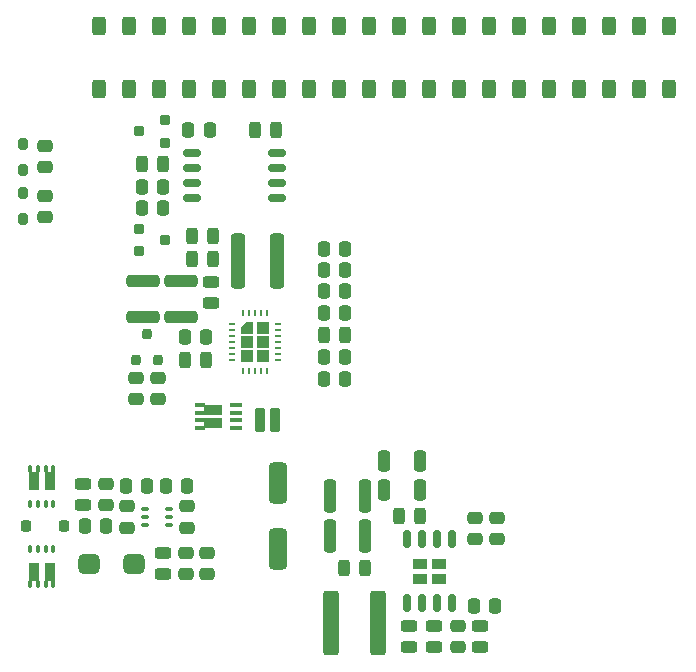
<source format=gtp>
G04*
G04 #@! TF.GenerationSoftware,Altium Limited,Altium Designer,19.1.8 (144)*
G04*
G04 Layer_Color=7318015*
%FSLAX25Y25*%
%MOIN*%
G70*
G01*
G75*
%ADD10C,0.01575*%
%ADD11R,0.03150X0.01181*%
%ADD12R,0.02362X0.03937*%
%ADD13R,0.04331X0.01968*%
%ADD14R,0.04331X0.03937*%
%ADD15R,0.04331X0.03937*%
%ADD16R,0.05118X0.03740*%
%ADD17R,0.06299X0.03543*%
%ADD18R,0.03819X0.06299*%
G04:AMPARAMS|DCode=19|XSize=31.5mil|YSize=35.43mil|CornerRadius=7.87mil|HoleSize=0mil|Usage=FLASHONLY|Rotation=180.000|XOffset=0mil|YOffset=0mil|HoleType=Round|Shape=RoundedRectangle|*
%AMROUNDEDRECTD19*
21,1,0.03150,0.01968,0,0,180.0*
21,1,0.01575,0.03543,0,0,180.0*
1,1,0.01575,-0.00787,0.00984*
1,1,0.01575,0.00787,0.00984*
1,1,0.01575,0.00787,-0.00984*
1,1,0.01575,-0.00787,-0.00984*
%
%ADD19ROUNDEDRECTD19*%
G04:AMPARAMS|DCode=20|XSize=51.18mil|YSize=39.37mil|CornerRadius=9.84mil|HoleSize=0mil|Usage=FLASHONLY|Rotation=0.000|XOffset=0mil|YOffset=0mil|HoleType=Round|Shape=RoundedRectangle|*
%AMROUNDEDRECTD20*
21,1,0.05118,0.01968,0,0,0.0*
21,1,0.03150,0.03937,0,0,0.0*
1,1,0.01968,0.01575,-0.00984*
1,1,0.01968,-0.01575,-0.00984*
1,1,0.01968,-0.01575,0.00984*
1,1,0.01968,0.01575,0.00984*
%
%ADD20ROUNDEDRECTD20*%
G04:AMPARAMS|DCode=21|XSize=31.5mil|YSize=39.37mil|CornerRadius=7.87mil|HoleSize=0mil|Usage=FLASHONLY|Rotation=180.000|XOffset=0mil|YOffset=0mil|HoleType=Round|Shape=RoundedRectangle|*
%AMROUNDEDRECTD21*
21,1,0.03150,0.02362,0,0,180.0*
21,1,0.01575,0.03937,0,0,180.0*
1,1,0.01575,-0.00787,0.01181*
1,1,0.01575,0.00787,0.01181*
1,1,0.01575,0.00787,-0.01181*
1,1,0.01575,-0.00787,-0.01181*
%
%ADD21ROUNDEDRECTD21*%
G04:AMPARAMS|DCode=22|XSize=55.12mil|YSize=39.37mil|CornerRadius=9.84mil|HoleSize=0mil|Usage=FLASHONLY|Rotation=90.000|XOffset=0mil|YOffset=0mil|HoleType=Round|Shape=RoundedRectangle|*
%AMROUNDEDRECTD22*
21,1,0.05512,0.01968,0,0,90.0*
21,1,0.03543,0.03937,0,0,90.0*
1,1,0.01968,0.00984,0.01772*
1,1,0.01968,0.00984,-0.01772*
1,1,0.01968,-0.00984,-0.01772*
1,1,0.01968,-0.00984,0.01772*
%
%ADD22ROUNDEDRECTD22*%
G04:AMPARAMS|DCode=23|XSize=51.18mil|YSize=39.37mil|CornerRadius=9.84mil|HoleSize=0mil|Usage=FLASHONLY|Rotation=270.000|XOffset=0mil|YOffset=0mil|HoleType=Round|Shape=RoundedRectangle|*
%AMROUNDEDRECTD23*
21,1,0.05118,0.01968,0,0,270.0*
21,1,0.03150,0.03937,0,0,270.0*
1,1,0.01968,-0.00984,-0.01575*
1,1,0.01968,-0.00984,0.01575*
1,1,0.01968,0.00984,0.01575*
1,1,0.01968,0.00984,-0.01575*
%
%ADD23ROUNDEDRECTD23*%
G04:AMPARAMS|DCode=24|XSize=23.62mil|YSize=59.06mil|CornerRadius=5.91mil|HoleSize=0mil|Usage=FLASHONLY|Rotation=90.000|XOffset=0mil|YOffset=0mil|HoleType=Round|Shape=RoundedRectangle|*
%AMROUNDEDRECTD24*
21,1,0.02362,0.04724,0,0,90.0*
21,1,0.01181,0.05906,0,0,90.0*
1,1,0.01181,0.02362,0.00591*
1,1,0.01181,0.02362,-0.00591*
1,1,0.01181,-0.02362,-0.00591*
1,1,0.01181,-0.02362,0.00591*
%
%ADD24ROUNDEDRECTD24*%
G04:AMPARAMS|DCode=25|XSize=31.5mil|YSize=35.43mil|CornerRadius=7.87mil|HoleSize=0mil|Usage=FLASHONLY|Rotation=90.000|XOffset=0mil|YOffset=0mil|HoleType=Round|Shape=RoundedRectangle|*
%AMROUNDEDRECTD25*
21,1,0.03150,0.01968,0,0,90.0*
21,1,0.01575,0.03543,0,0,90.0*
1,1,0.01575,0.00984,0.00787*
1,1,0.01575,0.00984,-0.00787*
1,1,0.01575,-0.00984,-0.00787*
1,1,0.01575,-0.00984,0.00787*
%
%ADD25ROUNDEDRECTD25*%
%ADD26O,0.00669X0.02638*%
%ADD27O,0.02638X0.00669*%
G04:AMPARAMS|DCode=28|XSize=23.62mil|YSize=59.06mil|CornerRadius=5.91mil|HoleSize=0mil|Usage=FLASHONLY|Rotation=180.000|XOffset=0mil|YOffset=0mil|HoleType=Round|Shape=RoundedRectangle|*
%AMROUNDEDRECTD28*
21,1,0.02362,0.04724,0,0,180.0*
21,1,0.01181,0.05906,0,0,180.0*
1,1,0.01181,-0.00591,0.02362*
1,1,0.01181,0.00591,0.02362*
1,1,0.01181,0.00591,-0.02362*
1,1,0.01181,-0.00591,-0.02362*
%
%ADD28ROUNDEDRECTD28*%
G04:AMPARAMS|DCode=29|XSize=15.75mil|YSize=39.37mil|CornerRadius=3.94mil|HoleSize=0mil|Usage=FLASHONLY|Rotation=270.000|XOffset=0mil|YOffset=0mil|HoleType=Round|Shape=RoundedRectangle|*
%AMROUNDEDRECTD29*
21,1,0.01575,0.03150,0,0,270.0*
21,1,0.00787,0.03937,0,0,270.0*
1,1,0.00787,-0.01575,-0.00394*
1,1,0.00787,-0.01575,0.00394*
1,1,0.00787,0.01575,0.00394*
1,1,0.00787,0.01575,-0.00394*
%
%ADD29ROUNDEDRECTD29*%
G04:AMPARAMS|DCode=30|XSize=15.75mil|YSize=35.43mil|CornerRadius=3.94mil|HoleSize=0mil|Usage=FLASHONLY|Rotation=90.000|XOffset=0mil|YOffset=0mil|HoleType=Round|Shape=RoundedRectangle|*
%AMROUNDEDRECTD30*
21,1,0.01575,0.02756,0,0,90.0*
21,1,0.00787,0.03543,0,0,90.0*
1,1,0.00787,0.01378,0.00394*
1,1,0.00787,0.01378,-0.00394*
1,1,0.00787,-0.01378,-0.00394*
1,1,0.00787,-0.01378,0.00394*
%
%ADD30ROUNDEDRECTD30*%
G04:AMPARAMS|DCode=31|XSize=62.99mil|YSize=137.8mil|CornerRadius=15.75mil|HoleSize=0mil|Usage=FLASHONLY|Rotation=0.000|XOffset=0mil|YOffset=0mil|HoleType=Round|Shape=RoundedRectangle|*
%AMROUNDEDRECTD31*
21,1,0.06299,0.10630,0,0,0.0*
21,1,0.03150,0.13780,0,0,0.0*
1,1,0.03150,0.01575,-0.05315*
1,1,0.03150,-0.01575,-0.05315*
1,1,0.03150,-0.01575,0.05315*
1,1,0.03150,0.01575,0.05315*
%
%ADD31ROUNDEDRECTD31*%
G04:AMPARAMS|DCode=32|XSize=66.93mil|YSize=70.87mil|CornerRadius=16.73mil|HoleSize=0mil|Usage=FLASHONLY|Rotation=270.000|XOffset=0mil|YOffset=0mil|HoleType=Round|Shape=RoundedRectangle|*
%AMROUNDEDRECTD32*
21,1,0.06693,0.03740,0,0,270.0*
21,1,0.03347,0.07087,0,0,270.0*
1,1,0.03346,-0.01870,-0.01673*
1,1,0.03346,-0.01870,0.01673*
1,1,0.03346,0.01870,0.01673*
1,1,0.03346,0.01870,-0.01673*
%
%ADD32ROUNDEDRECTD32*%
G04:AMPARAMS|DCode=33|XSize=55.12mil|YSize=39.37mil|CornerRadius=9.84mil|HoleSize=0mil|Usage=FLASHONLY|Rotation=0.000|XOffset=0mil|YOffset=0mil|HoleType=Round|Shape=RoundedRectangle|*
%AMROUNDEDRECTD33*
21,1,0.05512,0.01968,0,0,0.0*
21,1,0.03543,0.03937,0,0,0.0*
1,1,0.01968,0.01772,-0.00984*
1,1,0.01968,-0.01772,-0.00984*
1,1,0.01968,-0.01772,0.00984*
1,1,0.01968,0.01772,0.00984*
%
%ADD33ROUNDEDRECTD33*%
G04:AMPARAMS|DCode=34|XSize=35.43mil|YSize=37.4mil|CornerRadius=8.86mil|HoleSize=0mil|Usage=FLASHONLY|Rotation=0.000|XOffset=0mil|YOffset=0mil|HoleType=Round|Shape=RoundedRectangle|*
%AMROUNDEDRECTD34*
21,1,0.03543,0.01968,0,0,0.0*
21,1,0.01772,0.03740,0,0,0.0*
1,1,0.01772,0.00886,-0.00984*
1,1,0.01772,-0.00886,-0.00984*
1,1,0.01772,-0.00886,0.00984*
1,1,0.01772,0.00886,0.00984*
%
%ADD34ROUNDEDRECTD34*%
G04:AMPARAMS|DCode=35|XSize=12.6mil|YSize=24.41mil|CornerRadius=2.36mil|HoleSize=0mil|Usage=FLASHONLY|Rotation=180.000|XOffset=0mil|YOffset=0mil|HoleType=Round|Shape=RoundedRectangle|*
%AMROUNDEDRECTD35*
21,1,0.01260,0.01968,0,0,180.0*
21,1,0.00787,0.02441,0,0,180.0*
1,1,0.00472,-0.00394,0.00984*
1,1,0.00472,0.00394,0.00984*
1,1,0.00472,0.00394,-0.00984*
1,1,0.00472,-0.00394,-0.00984*
%
%ADD35ROUNDEDRECTD35*%
G04:AMPARAMS|DCode=36|XSize=15.75mil|YSize=23.62mil|CornerRadius=3.94mil|HoleSize=0mil|Usage=FLASHONLY|Rotation=270.000|XOffset=0mil|YOffset=0mil|HoleType=Round|Shape=RoundedRectangle|*
%AMROUNDEDRECTD36*
21,1,0.01575,0.01575,0,0,270.0*
21,1,0.00787,0.02362,0,0,270.0*
1,1,0.00787,-0.00787,-0.00394*
1,1,0.00787,-0.00787,0.00394*
1,1,0.00787,0.00787,0.00394*
1,1,0.00787,0.00787,-0.00394*
%
%ADD36ROUNDEDRECTD36*%
G04:AMPARAMS|DCode=37|XSize=110.24mil|YSize=39.37mil|CornerRadius=9.84mil|HoleSize=0mil|Usage=FLASHONLY|Rotation=0.000|XOffset=0mil|YOffset=0mil|HoleType=Round|Shape=RoundedRectangle|*
%AMROUNDEDRECTD37*
21,1,0.11024,0.01968,0,0,0.0*
21,1,0.09055,0.03937,0,0,0.0*
1,1,0.01968,0.04528,-0.00984*
1,1,0.01968,-0.04528,-0.00984*
1,1,0.01968,-0.04528,0.00984*
1,1,0.01968,0.04528,0.00984*
%
%ADD37ROUNDEDRECTD37*%
G04:AMPARAMS|DCode=38|XSize=110.24mil|YSize=39.37mil|CornerRadius=9.84mil|HoleSize=0mil|Usage=FLASHONLY|Rotation=270.000|XOffset=0mil|YOffset=0mil|HoleType=Round|Shape=RoundedRectangle|*
%AMROUNDEDRECTD38*
21,1,0.11024,0.01968,0,0,270.0*
21,1,0.09055,0.03937,0,0,270.0*
1,1,0.01968,-0.00984,-0.04528*
1,1,0.01968,-0.00984,0.04528*
1,1,0.01968,0.00984,0.04528*
1,1,0.01968,0.00984,-0.04528*
%
%ADD38ROUNDEDRECTD38*%
G04:AMPARAMS|DCode=39|XSize=70.87mil|YSize=39.37mil|CornerRadius=9.84mil|HoleSize=0mil|Usage=FLASHONLY|Rotation=90.000|XOffset=0mil|YOffset=0mil|HoleType=Round|Shape=RoundedRectangle|*
%AMROUNDEDRECTD39*
21,1,0.07087,0.01968,0,0,90.0*
21,1,0.05118,0.03937,0,0,90.0*
1,1,0.01968,0.00984,0.02559*
1,1,0.01968,0.00984,-0.02559*
1,1,0.01968,-0.00984,-0.02559*
1,1,0.01968,-0.00984,0.02559*
%
%ADD39ROUNDEDRECTD39*%
G04:AMPARAMS|DCode=40|XSize=55.12mil|YSize=216.54mil|CornerRadius=13.78mil|HoleSize=0mil|Usage=FLASHONLY|Rotation=180.000|XOffset=0mil|YOffset=0mil|HoleType=Round|Shape=RoundedRectangle|*
%AMROUNDEDRECTD40*
21,1,0.05512,0.18898,0,0,180.0*
21,1,0.02756,0.21654,0,0,180.0*
1,1,0.02756,-0.01378,0.09449*
1,1,0.02756,0.01378,0.09449*
1,1,0.02756,0.01378,-0.09449*
1,1,0.02756,-0.01378,-0.09449*
%
%ADD40ROUNDEDRECTD40*%
G04:AMPARAMS|DCode=41|XSize=62.99mil|YSize=47.24mil|CornerRadius=11.81mil|HoleSize=0mil|Usage=FLASHONLY|Rotation=90.000|XOffset=0mil|YOffset=0mil|HoleType=Round|Shape=RoundedRectangle|*
%AMROUNDEDRECTD41*
21,1,0.06299,0.02362,0,0,90.0*
21,1,0.03937,0.04724,0,0,90.0*
1,1,0.02362,0.01181,0.01968*
1,1,0.02362,0.01181,-0.01968*
1,1,0.02362,-0.01181,-0.01968*
1,1,0.02362,-0.01181,0.01968*
%
%ADD41ROUNDEDRECTD41*%
G04:AMPARAMS|DCode=42|XSize=47.24mil|YSize=185.04mil|CornerRadius=11.81mil|HoleSize=0mil|Usage=FLASHONLY|Rotation=180.000|XOffset=0mil|YOffset=0mil|HoleType=Round|Shape=RoundedRectangle|*
%AMROUNDEDRECTD42*
21,1,0.04724,0.16142,0,0,180.0*
21,1,0.02362,0.18504,0,0,180.0*
1,1,0.02362,-0.01181,0.08071*
1,1,0.02362,0.01181,0.08071*
1,1,0.02362,0.01181,-0.08071*
1,1,0.02362,-0.01181,-0.08071*
%
%ADD42ROUNDEDRECTD42*%
G04:AMPARAMS|DCode=43|XSize=82.68mil|YSize=31.5mil|CornerRadius=7.87mil|HoleSize=0mil|Usage=FLASHONLY|Rotation=270.000|XOffset=0mil|YOffset=0mil|HoleType=Round|Shape=RoundedRectangle|*
%AMROUNDEDRECTD43*
21,1,0.08268,0.01575,0,0,270.0*
21,1,0.06693,0.03150,0,0,270.0*
1,1,0.01575,-0.00787,-0.03347*
1,1,0.01575,-0.00787,0.03347*
1,1,0.01575,0.00787,0.03347*
1,1,0.01575,0.00787,-0.03347*
%
%ADD43ROUNDEDRECTD43*%
D10*
X80905Y116535D02*
X82087Y117717D01*
D11*
X82874Y116732D02*
D03*
D12*
X83268Y116535D02*
D03*
D13*
X82284Y115551D02*
D03*
D14*
X87402Y116535D02*
D03*
X82284Y107087D02*
D03*
X87402D02*
D03*
D15*
X82284Y111811D02*
D03*
X87402D02*
D03*
D16*
X146260Y37894D02*
D03*
X139960Y37894D02*
D03*
X139960Y32972D02*
D03*
X146260Y32972D02*
D03*
D17*
X70669Y84744D02*
D03*
Y89271D02*
D03*
D18*
X16338Y35236D02*
D03*
X11220D02*
D03*
X11221Y65551D02*
D03*
X16339D02*
D03*
D19*
X45079Y105905D02*
D03*
X52559D02*
D03*
X48819Y114567D02*
D03*
D20*
X45276Y100000D02*
D03*
Y92913D02*
D03*
X52362Y100000D02*
D03*
Y92913D02*
D03*
X165354Y46063D02*
D03*
Y53150D02*
D03*
X158268Y46063D02*
D03*
Y53150D02*
D03*
X61811Y34449D02*
D03*
Y41535D02*
D03*
X68898Y41535D02*
D03*
Y34449D02*
D03*
X35039Y57480D02*
D03*
Y64567D02*
D03*
X42323Y57087D02*
D03*
Y50000D02*
D03*
X62008Y50000D02*
D03*
Y57087D02*
D03*
X14961Y177165D02*
D03*
Y170079D02*
D03*
X14961Y153543D02*
D03*
Y160630D02*
D03*
X152362Y10236D02*
D03*
Y17323D02*
D03*
D21*
X7480Y161418D02*
D03*
Y152756D02*
D03*
Y169292D02*
D03*
Y177953D02*
D03*
D22*
X91929Y182677D02*
D03*
X84842D02*
D03*
X47048Y171063D02*
D03*
X54134D02*
D03*
X139763Y53937D02*
D03*
X132677D02*
D03*
X70866Y147244D02*
D03*
X63779D02*
D03*
Y139370D02*
D03*
X70866D02*
D03*
X114961Y114173D02*
D03*
X107874D02*
D03*
X121654Y36614D02*
D03*
X114567D02*
D03*
X61417Y105709D02*
D03*
X68504D02*
D03*
D23*
X69685Y182677D02*
D03*
X62598D02*
D03*
X47047Y156496D02*
D03*
X54134D02*
D03*
X54134Y163583D02*
D03*
X47047D02*
D03*
X41732Y63976D02*
D03*
X48819D02*
D03*
X35236Y50394D02*
D03*
X28150D02*
D03*
X62205Y63976D02*
D03*
X55118D02*
D03*
X107874Y135827D02*
D03*
X114961D02*
D03*
X114961Y142913D02*
D03*
X107874D02*
D03*
X68504Y113583D02*
D03*
X61417D02*
D03*
X107874Y128740D02*
D03*
X114961D02*
D03*
X107874Y121653D02*
D03*
X114961D02*
D03*
X107874Y106693D02*
D03*
X114961D02*
D03*
X114961Y99606D02*
D03*
X107874D02*
D03*
X157677Y24016D02*
D03*
X164764D02*
D03*
D24*
X92126Y159823D02*
D03*
Y164823D02*
D03*
Y169823D02*
D03*
Y174823D02*
D03*
X63779Y159823D02*
D03*
Y164823D02*
D03*
Y169823D02*
D03*
Y174823D02*
D03*
D25*
X54921Y145866D02*
D03*
X46260Y142126D02*
D03*
Y149606D02*
D03*
X46260Y182087D02*
D03*
X54921Y185827D02*
D03*
Y178346D02*
D03*
D26*
X80905Y121555D02*
D03*
X82874D02*
D03*
X84842D02*
D03*
X86811D02*
D03*
X88779D02*
D03*
Y102067D02*
D03*
X86811D02*
D03*
X84842D02*
D03*
X82874D02*
D03*
X80905D02*
D03*
D27*
X92618Y117717D02*
D03*
Y115748D02*
D03*
Y113779D02*
D03*
Y111811D02*
D03*
Y109843D02*
D03*
Y107874D02*
D03*
Y105905D02*
D03*
X77067D02*
D03*
Y107874D02*
D03*
Y109843D02*
D03*
Y111811D02*
D03*
Y113779D02*
D03*
Y115748D02*
D03*
Y117717D02*
D03*
D28*
X135610Y24803D02*
D03*
X140610D02*
D03*
X145610D02*
D03*
X150610D02*
D03*
X135610Y46063D02*
D03*
X140610D02*
D03*
X145610D02*
D03*
X150610D02*
D03*
D29*
X78347Y88287D02*
D03*
Y83169D02*
D03*
Y85728D02*
D03*
Y90847D02*
D03*
D30*
X66339Y83169D02*
D03*
Y88287D02*
D03*
Y90847D02*
D03*
Y85728D02*
D03*
D31*
X92520Y42913D02*
D03*
Y64961D02*
D03*
D32*
X44488Y37795D02*
D03*
X29528D02*
D03*
D33*
X54331Y41536D02*
D03*
Y34449D02*
D03*
X27559Y57480D02*
D03*
Y64567D02*
D03*
X159843Y10237D02*
D03*
Y17323D02*
D03*
X70079Y131890D02*
D03*
Y124803D02*
D03*
X144488Y10236D02*
D03*
Y17323D02*
D03*
X136221Y17323D02*
D03*
Y10237D02*
D03*
D34*
X21260Y50394D02*
D03*
X8661D02*
D03*
D35*
X15059Y31102D02*
D03*
X9941D02*
D03*
X12500D02*
D03*
X17618D02*
D03*
X9941Y42913D02*
D03*
X15059D02*
D03*
X17618D02*
D03*
X12500D02*
D03*
X12500Y69685D02*
D03*
X17618D02*
D03*
X15059D02*
D03*
X9941D02*
D03*
X17618Y57874D02*
D03*
X12500D02*
D03*
X9941D02*
D03*
X15059D02*
D03*
D36*
X48228Y53543D02*
D03*
Y50984D02*
D03*
Y56102D02*
D03*
X56102D02*
D03*
Y53543D02*
D03*
Y50984D02*
D03*
D37*
X47638Y132087D02*
D03*
Y120276D02*
D03*
X60236Y132087D02*
D03*
Y120276D02*
D03*
D38*
X121653Y60630D02*
D03*
X109843D02*
D03*
X121653Y47244D02*
D03*
X109843D02*
D03*
D39*
X139764Y72047D02*
D03*
X127953D02*
D03*
X139764Y62598D02*
D03*
X127953D02*
D03*
D40*
X125984Y18110D02*
D03*
X110236D02*
D03*
D41*
X222953Y217323D02*
D03*
Y196063D02*
D03*
X212953Y217323D02*
D03*
Y196063D02*
D03*
X202953Y217323D02*
D03*
Y196063D02*
D03*
X192953Y217323D02*
D03*
Y196063D02*
D03*
X182953Y217323D02*
D03*
Y196063D02*
D03*
X172953Y217323D02*
D03*
Y196063D02*
D03*
X162953Y217323D02*
D03*
Y196063D02*
D03*
X152953Y217323D02*
D03*
Y196063D02*
D03*
X142953Y217323D02*
D03*
Y196063D02*
D03*
X132953Y217323D02*
D03*
Y196063D02*
D03*
X122953Y217323D02*
D03*
Y196063D02*
D03*
X112953Y217323D02*
D03*
Y196063D02*
D03*
X102953Y217323D02*
D03*
Y196063D02*
D03*
X92953Y217323D02*
D03*
Y196063D02*
D03*
X82953Y217323D02*
D03*
Y196063D02*
D03*
X72953Y217323D02*
D03*
Y196063D02*
D03*
X62953Y217323D02*
D03*
Y196063D02*
D03*
X52953Y217323D02*
D03*
Y196063D02*
D03*
X42953Y217323D02*
D03*
Y196063D02*
D03*
X32953Y217323D02*
D03*
Y196063D02*
D03*
D42*
X92323Y138976D02*
D03*
X79331D02*
D03*
D43*
X91339Y85827D02*
D03*
X86614D02*
D03*
M02*

</source>
